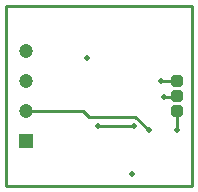
<source format=gbl>
G04 Layer_Physical_Order=4*
G04 Layer_Color=16711680*
%FSLAX25Y25*%
%MOIN*%
G70*
G01*
G75*
%ADD13C,0.01000*%
%ADD14C,0.04724*%
%ADD15R,0.04724X0.04724*%
%ADD16C,0.02000*%
G04:AMPARAMS|DCode=22|XSize=39.37mil|YSize=39.37mil|CornerRadius=9.84mil|HoleSize=0mil|Usage=FLASHONLY|Rotation=270.000|XOffset=0mil|YOffset=0mil|HoleType=Round|Shape=RoundedRectangle|*
%AMROUNDEDRECTD22*
21,1,0.03937,0.01969,0,0,270.0*
21,1,0.01969,0.03937,0,0,270.0*
1,1,0.01969,-0.00984,-0.00984*
1,1,0.01969,-0.00984,0.00984*
1,1,0.01969,0.00984,0.00984*
1,1,0.01969,0.00984,-0.00984*
%
%ADD22ROUNDEDRECTD22*%
D13*
X19500Y5000D02*
X19520Y5020D01*
X25000D01*
X20500Y-500D02*
X24500D01*
X25000Y0D01*
Y-11500D02*
Y-5020D01*
X-4309Y-7020D02*
X11055D01*
X15500Y-11464D01*
Y-11500D02*
Y-11464D01*
X-1500Y-10000D02*
X10500D01*
X-6328Y-5000D02*
X-4309Y-7020D01*
X-23500Y-5000D02*
X-6328D01*
X-32000Y11500D02*
Y30000D01*
Y-30000D02*
Y-11500D01*
Y30000D02*
X30000D01*
Y-30000D02*
Y30000D01*
X-32000Y-30000D02*
X30000D01*
X-32000Y-11500D02*
Y11500D01*
D14*
X-25500Y15000D02*
D03*
Y5000D02*
D03*
Y-5000D02*
D03*
D15*
Y-15000D02*
D03*
D16*
X-5000Y12500D02*
D03*
X19500Y5000D02*
D03*
X20500Y-500D02*
D03*
X25000Y-11500D02*
D03*
X10500Y-10000D02*
D03*
X-1500D02*
D03*
X15500Y-11500D02*
D03*
X10000Y-26000D02*
D03*
D22*
X25000Y-5020D02*
D03*
Y0D02*
D03*
Y5020D02*
D03*
M02*

</source>
